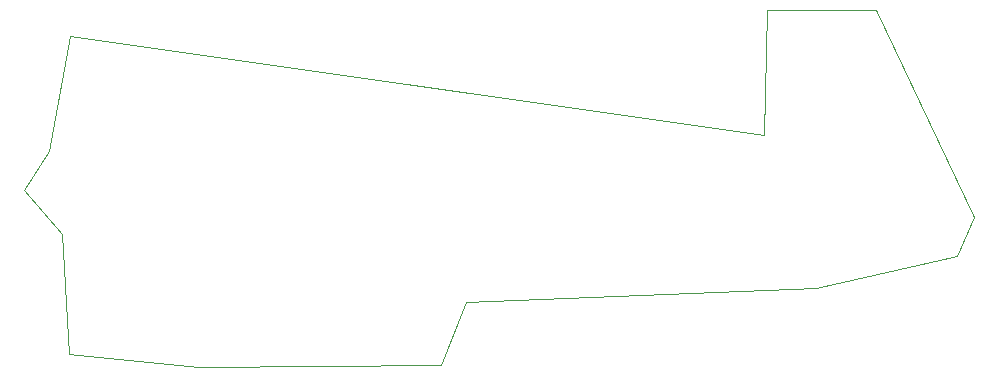
<source format=gm1>
%TF.GenerationSoftware,KiCad,Pcbnew,(6.99.0-2103-gdc6c27b686)*%
%TF.CreationDate,2022-07-02T12:13:22+09:00*%
%TF.ProjectId,Mooney,4d6f6f6e-6579-42e6-9b69-6361645f7063,rev?*%
%TF.SameCoordinates,Original*%
%TF.FileFunction,Profile,NP*%
%FSLAX46Y46*%
G04 Gerber Fmt 4.6, Leading zero omitted, Abs format (unit mm)*
G04 Created by KiCad (PCBNEW (6.99.0-2103-gdc6c27b686)) date 2022-07-02 12:13:22*
%MOMM*%
%LPD*%
G01*
G04 APERTURE LIST*
%TA.AperFunction,Profile*%
%ADD10C,0.100000*%
%TD*%
G04 APERTURE END LIST*
D10*
X139800000Y-47500000D02*
X138400000Y-50800000D01*
X126400000Y-53500000D01*
X96800000Y-54700000D01*
X94700000Y-60000000D01*
X74200000Y-60200000D01*
X63200000Y-59100000D01*
X62600000Y-48900000D01*
X59400000Y-45200000D01*
X61500000Y-41900000D01*
X63300000Y-32100000D01*
X122000000Y-40500000D01*
X122300000Y-29900000D01*
X131500000Y-29900000D01*
X139800000Y-47500000D01*
M02*

</source>
